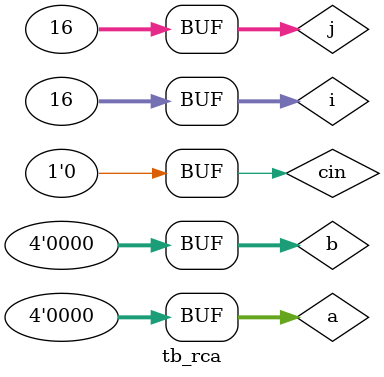
<source format=v>
`timescale 1ns / 1ps

module tb_rca;

	// Inputs
	reg [3:0] a;
	reg [3:0] b;
	reg cin;

	// Outputs
	wire cout;
	wire [3:0] sum;
	

	// Instantiate the Unit Under Test (UUT)
	RCA_4bit_df uut (
		.a(a), 
		.b(b), 
		.cin(cin), 
		.cout(cout), 
		.sum(sum)
	);
	//initialization of a,b
	integer i,j;
	//integer [7:0]x = {a,b};

	initial begin
		// Initialize Inputs
			#0 cin = 0;
			#0{a,b}=8'h00;
			for(i=0; i<16; i=i+1)
				begin
					for(j=0; j<16; j=j+1)
					begin 
						#5{a,b}={a,b}+1;
					end
				end
		
		

        
		// Add stimulus here

	end
      
endmodule


</source>
